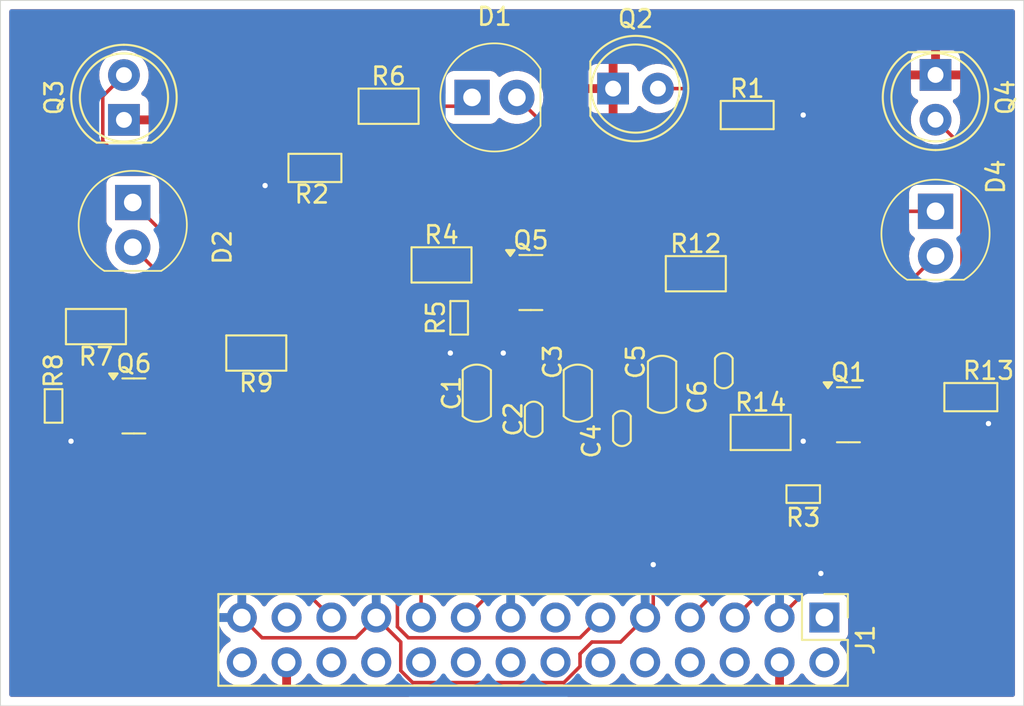
<source format=kicad_pcb>
(kicad_pcb (version 20240108) (generator "pcbnew") (generator_version "8.0")
  (layers (0 "F.Cu" signal) (31 "B.Cu" signal) (34 "B.Paste" user) (35 "F.Paste" user) (36 "B.SilkS" user "B.Silkscreen") (37 "F.SilkS" user "F.Silkscreen") (38 "B.Mask" user) (39 "F.Mask" user) (44 "Edge.Cuts" user))
  (net 0 "")
  (net 1 "GND")
  (net 2 "Net-(D1-Pad1)")
  (net 3 "Net-(Q5-D)")
  (net 4 "Net-(Q6-D)")
  (net 5 "Net-(D2-Pad1)")
  (net 6 "Net-(Q1-D)")
  (net 7 "Net-(D4-Pad1)")
  (net 8 "V_out2")
  (net 12 "MCU1")
  (net 14 "MCU")
  (net 15 "V_out1")
  (net 17 "V_out")
  (net 21 "MCU2")
  (net 22 "Net-(Q1-G)")
  (net 23 "Net-(Q5-G)")
  (net 24 "Net-(Q6-G)")
  (net 25 "power")
  (footprint "Resistor_SMD_AKL:R_0402_1005Metric" (layer "F.Cu") (at 140 67.5 90)
    (property "Reference" "R5" (at 0 -1.3335 -90) (layer "F.SilkS"))
    (property "Value" "R_0402" (hide yes))
    (fp_line (start 0.95 -0.5) (end -0.95 -0.5) (stroke (width 0.12)) (layer "F.SilkS"))
    (fp_line (start -0.95 -0.5) (end -0.95 0.5) (stroke (width 0.12)) (layer "F.SilkS"))
    (fp_line (start 0.95 0.5) (end 0.95 -0.5) (stroke (width 0.12)) (layer "F.SilkS"))
    (fp_line (start -0.95 0.5) (end 0.95 0.5) (stroke (width 0.12)) (layer "F.SilkS"))
    (pad "1" smd roundrect (at -0.51 0 90) (size 0.54 0.64) (layers "F.Cu" "F.Paste" "F.Mask") (net 1 "GND"))
    (pad "2" smd roundrect (at 0.51 0 90) (size 0.54 0.64) (layers "F.Cu" "F.Paste" "F.Mask") (net 23 "Net-(Q5-G)"))
  )
  (footprint "LED_THT:LED_D5.0mm_Clear" (layer "F.Cu") (at 167 53.725 -90)
    (property "Reference" "Q4" (at 1.27 -3.96 90) (layer "F.SilkS"))
    (property "Value" "BP103B")
    (fp_line (start -1.29 -1.545) (end -1.29 1.545) (stroke (width 0.12)) (layer "F.SilkS"))
    (fp_arc (start 4.26 -0.000462) (mid 2.072002 2.880433) (end -1.29 1.54483) (stroke (width 0.12)) (layer "F.SilkS"))
    (fp_arc (start -1.29 -1.54483) (mid 2.072002 -2.880433) (end 4.26 0.000462) (stroke (width 0.12)) (layer "F.SilkS"))
    (fp_circle (center 1.27 0) (end 3.77 0) (stroke (width 0.12)) (fill none) (layer "F.SilkS"))
    (pad "1" thru_hole rect (at 0 0 270) (size 1.8 1.8) (drill 0.9) (layers "*.Cu" "*.Mask") (net 25 "power"))
    (pad "2" thru_hole circle (at 2.54 0 270) (size 1.8 1.8) (drill 0.9) (layers "*.Cu" "*.Mask") (net 17 "V_out"))
  )
  (footprint "Package_TO_SOT_SMD:SOT-23" (layer "F.Cu") (at 162.0625 73)
    (property "Reference" "Q1" (at 0 -2.4 0) (layer "F.SilkS"))
    (property "Value" "AO3401A")
    (fp_line (start 0 -1.56) (end -0.65 -1.56) (stroke (width 0.12)) (layer "F.SilkS"))
    (fp_line (start 0 -1.56) (end 0.65 -1.56) (stroke (width 0.12)) (layer "F.SilkS"))
    (fp_line (start 0 1.56) (end -0.65 1.56) (stroke (width 0.12)) (layer "F.SilkS"))
    (fp_line (start 0 1.56) (end 0.65 1.56) (stroke (width 0.12)) (layer "F.SilkS"))
    (fp_poly (pts (xy -1.1625 -1.51) (xy -1.4025 -1.84) (xy -0.9225 -1.84) (xy -1.1625 -1.51)) (stroke (width 0.12)) (fill solid) (layer "F.SilkS"))
    (pad "1" smd roundrect (at -0.9375 -0.95) (size 1.475 0.6) (layers "F.Cu" "F.Paste" "F.Mask") (net 22 "Net-(Q1-G)"))
    (pad "2" smd roundrect (at -0.9375 0.95) (size 1.475 0.6) (layers "F.Cu" "F.Paste" "F.Mask") (net 1 "GND"))
    (pad "3" smd roundrect (at 0.9375 0) (size 1.475 0.6) (layers "F.Cu" "F.Paste" "F.Mask") (net 6 "Net-(Q1-D)"))
  )
  (footprint "Resistor_SMD_AKL:R_0805_2012Metric" (layer "F.Cu") (at 128.5 69.5 180)
    (property "Reference" "R9" (at 0 -1.7 180) (layer "F.SilkS"))
    (property "Value" "R_0805" (hide yes))
    (fp_line (start 1.7 1) (end 1.7 -1) (stroke (width 0.12)) (layer "F.SilkS"))
    (fp_line (start 1.7 -1) (end -1.7 -1) (stroke (width 0.12)) (layer "F.SilkS"))
    (fp_line (start -1.7 1) (end 1.7 1) (stroke (width 0.12)) (layer "F.SilkS"))
    (fp_line (start -1.7 -1) (end -1.7 1) (stroke (width 0.12)) (layer "F.SilkS"))
    (pad "1" smd roundrect (at -0.9125 0 180) (size 1.025 1.4) (layers "F.Cu" "F.Paste" "F.Mask") (roundrect_rratio 0.243902) (net 25 "power"))
    (pad "2" smd roundrect (at 0.9125 0 180) (size 1.025 1.4) (layers "F.Cu" "F.Paste" "F.Mask") (roundrect_rratio 0.243902) (net 5 "Net-(D2-Pad1)"))
  )
  (footprint "Resistor_SMD_AKL:R_0603_1608Metric" (layer "F.Cu") (at 156.325 56)
    (property "Reference" "R1" (at 0 -1.5 0) (layer "F.SilkS"))
    (property "Value" "R_0603" (hide yes))
    (fp_line (start -1.5 -0.8) (end -1.5 0.8) (stroke (width 0.12)) (layer "F.SilkS"))
    (fp_line (start -1.5 0.8) (end 1.5 0.8) (stroke (width 0.12)) (layer "F.SilkS"))
    (fp_line (start 1.5 -0.8) (end -1.5 -0.8) (stroke (width 0.12)) (layer "F.SilkS"))
    (fp_line (start 1.5 0.8) (end 1.5 -0.8) (stroke (width 0.12)) (layer "F.SilkS"))
    (pad "1" smd roundrect (at -0.825 0) (size 0.8 0.95) (layers "F.Cu" "F.Paste" "F.Mask") (net 15 "V_out1"))
    (pad "2" smd roundrect (at 0.825 0) (size 0.8 0.95) (layers "F.Cu" "F.Paste" "F.Mask") (net 1 "GND"))
  )
  (footprint "Capacitor_SMD_AKL:C_0603_1608Metric" (layer "F.Cu") (at 151.5 71.275 90)
    (property "Reference" "C5" (at 1.275 -1.5 -90) (layer "F.SilkS"))
    (property "Value" "C_0603" (hide yes))
    (fp_line (start 1.3 -0.800002) (end -1.3 -0.8) (stroke (width 0.12)) (layer "F.SilkS"))
    (fp_line (start -1.3 0.800002) (end 1.3 0.8) (stroke (width 0.12)) (layer "F.SilkS"))
    (fp_arc (start 1.3 -0.800002) (mid 1.619939 -0.000001) (end 1.3 0.8) (stroke (width 0.12)) (layer "F.SilkS"))
    (fp_arc (start -1.3 0.800002) (mid -1.619939 0.000001) (end -1.3 -0.8) (stroke (width 0.12)) (layer "F.SilkS"))
    (pad "1" smd roundrect (at -0.775 0 90) (size 0.9 0.95) (layers "F.Cu" "F.Paste" "F.Mask") (net 25 "power"))
    (pad "2" smd roundrect (at 0.775 0 90) (size 0.9 0.95) (layers "F.Cu" "F.Paste" "F.Mask") (net 1 "GND"))
  )
  (footprint "LED_THT:LED_D5.0mm_Clear" (layer "F.Cu") (at 121 56.275 90)
    (property "Reference" "Q3" (at 1.27 -3.96 -90) (layer "F.SilkS"))
    (property "Value" "BP103B")
    (fp_line (start -1.29 -1.545) (end -1.29 1.545) (stroke (width 0.12)) (layer "F.SilkS"))
    (fp_arc (start -1.29 -1.54483) (mid 2.072002 -2.880433) (end 4.26 0.000462) (stroke (width 0.12)) (layer "F.SilkS"))
    (fp_arc (start 4.26 -0.000462) (mid 2.072002 2.880433) (end -1.29 1.54483) (stroke (width 0.12)) (layer "F.SilkS"))
    (fp_circle (center 1.27 0) (end 3.77 0) (stroke (width 0.12)) (fill none) (layer "F.SilkS"))
    (pad "1" thru_hole rect (at 0 0 90) (size 1.8 1.8) (drill 0.9) (layers "*.Cu" "*.Mask") (net 25 "power"))
    (pad "2" thru_hole circle (at 2.54 0 90) (size 1.8 1.8) (drill 0.9) (layers "*.Cu" "*.Mask") (net 8 "V_out2"))
  )
  (footprint "Package_TO_SOT_SMD:SOT-23" (layer "F.Cu") (at 144.0625 65.5)
    (property "Reference" "Q5" (at 0 -2.4 0) (layer "F.SilkS"))
    (property "Value" "AO3401A")
    (fp_line (start 0 -1.56) (end -0.65 -1.56) (stroke (width 0.12)) (layer "F.SilkS"))
    (fp_line (start 0 -1.56) (end 0.65 -1.56) (stroke (width 0.12)) (layer "F.SilkS"))
    (fp_line (start 0 1.56) (end -0.65 1.56) (stroke (width 0.12)) (layer "F.SilkS"))
    (fp_line (start 0 1.56) (end 0.65 1.56) (stroke (width 0.12)) (layer "F.SilkS"))
    (fp_poly (pts (xy -1.1625 -1.51) (xy -1.4025 -1.84) (xy -0.9225 -1.84) (xy -1.1625 -1.51)) (stroke (width 0.12)) (fill solid) (layer "F.SilkS"))
    (pad "1" smd roundrect (at -0.9375 -0.95) (size 1.475 0.6) (layers "F.Cu" "F.Paste" "F.Mask") (net 23 "Net-(Q5-G)"))
    (pad "2" smd roundrect (at -0.9375 0.95) (size 1.475 0.6) (layers "F.Cu" "F.Paste" "F.Mask") (net 1 "GND"))
    (pad "3" smd roundrect (at 0.9375 0) (size 1.475 0.6) (layers "F.Cu" "F.Paste" "F.Mask") (net 3 "Net-(Q5-D)"))
  )
  (footprint "Package_TO_SOT_SMD:SOT-23" (layer "F.Cu") (at 121.5625 72.5)
    (property "Reference" "Q6" (at 0 -2.4 0) (layer "F.SilkS"))
    (property "Value" "AO3401A")
    (fp_line (start 0 -1.56) (end -0.65 -1.56) (stroke (width 0.12)) (layer "F.SilkS"))
    (fp_line (start 0 -1.56) (end 0.65 -1.56) (stroke (width 0.12)) (layer "F.SilkS"))
    (fp_line (start 0 1.56) (end -0.65 1.56) (stroke (width 0.12)) (layer "F.SilkS"))
    (fp_line (start 0 1.56) (end 0.65 1.56) (stroke (width 0.12)) (layer "F.SilkS"))
    (fp_poly (pts (xy -1.1625 -1.51) (xy -1.4025 -1.84) (xy -0.9225 -1.84) (xy -1.1625 -1.51)) (stroke (width 0.12)) (fill solid) (layer "F.SilkS"))
    (pad "1" smd roundrect (at -0.9375 -0.95) (size 1.475 0.6) (layers "F.Cu" "F.Paste" "F.Mask") (net 24 "Net-(Q6-G)"))
    (pad "2" smd roundrect (at -0.9375 0.95) (size 1.475 0.6) (layers "F.Cu" "F.Paste" "F.Mask") (net 1 "GND"))
    (pad "3" smd roundrect (at 0.9375 0) (size 1.475 0.6) (layers "F.Cu" "F.Paste" "F.Mask") (net 4 "Net-(Q6-D)"))
  )
  (footprint "Capacitor_SMD_AKL:C_0402_1005Metric" (layer "F.Cu") (at 155 70.5 90)
    (property "Reference" "C6" (at -1.5 -1.5 -90) (layer "F.SilkS"))
    (property "Value" "C_0402" (hide yes))
    (fp_line (start 0.7 -0.5) (end -0.7 -0.5) (stroke (width 0.12)) (layer "F.SilkS"))
    (fp_line (start -0.7 0.5) (end 0.7 0.5) (stroke (width 0.12)) (layer "F.SilkS"))
    (fp_arc (start 0.7 -0.5) (mid 0.998532 0) (end 0.7 0.5) (stroke (width 0.12)) (layer "F.SilkS"))
    (fp_arc (start -0.7 0.5) (mid -0.998531 0) (end -0.7 -0.5) (stroke (width 0.12)) (layer "F.SilkS"))
    (pad "1" smd roundrect (at -0.48 0 90) (size 0.56 0.62) (layers "F.Cu" "F.Paste" "F.Mask") (net 25 "power"))
    (pad "2" smd roundrect (at 0.48 0 90) (size 0.56 0.62) (layers "F.Cu" "F.Paste" "F.Mask") (net 1 "GND"))
  )
  (footprint "Resistor_SMD_AKL:R_0603_1608Metric" (layer "F.Cu") (at 131.825 59 180)
    (property "Reference" "R2" (at 0.175 -1.5 180) (layer "F.SilkS"))
    (property "Value" "R_0603" (hide yes))
    (fp_line (start 1.5 0.8) (end 1.5 -0.8) (stroke (width 0.12)) (layer "F.SilkS"))
    (fp_line (start 1.5 -0.8) (end -1.5 -0.8) (stroke (width 0.12)) (layer "F.SilkS"))
    (fp_line (start -1.5 0.8) (end 1.5 0.8) (stroke (width 0.12)) (layer "F.SilkS"))
    (fp_line (start -1.5 -0.8) (end -1.5 0.8) (stroke (width 0.12)) (layer "F.SilkS"))
    (pad "1" smd roundrect (at -0.825 0 180) (size 0.8 0.95) (layers "F.Cu" "F.Paste" "F.Mask") (net 8 "V_out2"))
    (pad "2" smd roundrect (at 0.825 0 180) (size 0.8 0.95) (layers "F.Cu" "F.Paste" "F.Mask") (net 1 "GND"))
  )
  (footprint "Connector_PinHeader_2.54mm:PinHeader_2x14_P2.54mm_Vertical" (layer "F.Cu") (at 160.7 84.5 -90)
    (property "Reference" "J1" (at 1.27 -2.33 90) (layer "F.SilkS"))
    (property "Value" "Conn_02x14")
    (fp_line (start -1.33 34.35) (end 3.87 34.35) (stroke (width 0.12)) (layer "F.SilkS"))
    (fp_line (start -1.33 1.27) (end -1.33 34.35) (stroke (width 0.12)) (layer "F.SilkS"))
    (fp_line (start -1.33 1.27) (end 1.27 1.27) (stroke (width 0.12)) (layer "F.SilkS"))
    (fp_line (start 1.27 1.27) (end 1.27 -1.33) (stroke (width 0.12)) (layer "F.SilkS"))
    (fp_line (start -1.33 0) (end -1.33 -1.33) (stroke (width 0.12)) (layer "F.SilkS"))
    (fp_line (start -1.33 -1.33) (end 0 -1.33) (stroke (width 0.12)) (layer "F.SilkS"))
    (fp_line (start 1.27 -1.33) (end 3.87 -1.33) (stroke (width 0.12)) (layer "F.SilkS"))
    (fp_line (start 3.87 -1.33) (end 3.87 34.35) (stroke (width 0.12)) (layer "F.SilkS"))
    (pad "1" thru_hole rect (at 0 0 270) (size 1.7 1.7) (drill 1) (layers "*.Cu" "*.Mask"))
    (pad "2" thru_hole oval (at 2.54 0 270) (size 1.7 1.7) (drill 1) (layers "*.Cu" "*.Mask"))
    (pad "3" thru_hole oval (at 0 2.54 270) (size 1.7 1.7) (drill 1) (layers "*.Cu" "*.Mask") (net 1 "GND"))
    (pad "4" thru_hole oval (at 2.54 2.54 270) (size 1.7 1.7) (drill 1) (layers "*.Cu" "*.Mask") (net 25 "power"))
    (pad "5" thru_hole oval (at 0 5.08 270) (size 1.7 1.7) (drill 1) (layers "*.Cu" "*.Mask") (net 17 "V_out"))
    (pad "6" thru_hole oval (at 2.54 5.08 270) (size 1.7 1.7) (drill 1) (layers "*.Cu" "*.Mask"))
    (pad "7" thru_hole oval (at 0 7.62 270) (size 1.7 1.7) (drill 1) (layers "*.Cu" "*.Mask") (net 15 "V_out1"))
    (pad "8" thru_hole oval (at 2.54 7.62 270) (size 1.7 1.7) (drill 1) (layers "*.Cu" "*.Mask"))
    (pad "9" thru_hole oval (at 0 10.16 270) (size 1.7 1.7) (drill 1) (layers "*.Cu" "*.Mask") (net 1 "GND"))
    (pad "10" thru_hole oval (at 2.54 10.16 270) (size 1.7 1.7) (drill 1) (layers "*.Cu" "*.Mask"))
    (pad "11" thru_hole oval (at 0 12.7 270) (size 1.7 1.7) (drill 1) (layers "*.Cu" "*.Mask") (net 8 "V_out2"))
    (pad "12" thru_hole oval (at 2.54 12.7 270) (size 1.7 1.7) (drill 1) (layers "*.Cu" "*.Mask"))
    (pad "13" thru_hole oval (at 0 15.24 270) (size 1.7 1.7) (drill 1) (layers "*.Cu" "*.Mask"))
    (pad "14" thru_hole oval (at 2.54 15.24 270) (size 1.7 1.7) (drill 1) (layers "*.Cu" "*.Mask"))
    (pad "15" thru_hole oval (at 0 17.78 270) (size 1.7 1.7) (drill 1) (layers "*.Cu" "*.Mask") (net 1 "GND"))
    (pad "16" thru_hole oval (at 2.54 17.78 270) (size 1.7 1.7) (drill 1) (layers "*.Cu" "*.Mask"))
    (pad "17" thru_hole oval (at 0 20.32 270) (size 1.7 1.7) (drill 1) (layers "*.Cu" "*.Mask") (net 14 "MCU"))
    (pad "18" thru_hole oval (at 2.54 20.32 270) (size 1.7 1.7) (drill 1) (layers "*.Cu" "*.Mask"))
    (pad "19" thru_hole oval (at 0 22.86 270) (size 1.7 1.7) (drill 1) (layers "*.Cu" "*.Mask") (net 12 "MCU1"))
    (pad "20" thru_hole oval (at 2.54 22.86 270) (size 1.7 1.7) (drill 1) (layers "*.Cu" "*.Mask"))
    (pad "21" thru_hole oval (at 0 25.4 270) (size 1.7 1.7) (drill 1) (layers "*.Cu" "*.Mask") (net 1 "GND"))
    (pad "22" thru_hole oval (at 2.54 25.4 270) (size 1.7 1.7) (drill 1) (layers "*.Cu" "*.Mask"))
    (pad "23" thru_hole oval (at 0 27.94 270) (size 1.7 1.7) (drill 1) (layers "*.Cu" "*.Mask") (net 21 "MCU2"))
    (pad "24" thru_hole oval (at 2.54 27.94 270) (size 1.7 1.7) (drill 1) (layers "*.Cu" "*.Mask"))
    (pad "25" thru_hole oval (at 0 30.48 270) (size 1.7 1.7) (drill 1) (layers "*.Cu" "*.Mask"))
    (pad "26" thru_hole oval (at 2.54 30.48 270) (size 1.7 1.7) (drill 1) (layers "*.Cu" "*.Mask") (net 25 "power"))
    (pad "27" thru_hole oval (at 0 33.02 270) (size 1.7 1.7) (drill 1) (layers "*.Cu" "*.Mask") (net 1 "GND"))
    (pad "28" thru_hole oval (at 2.54 33.02 270) (size 1.7 1.7) (drill 1) (layers "*.Cu" "*.Mask"))
  )
  (footprint "digikey-footprints:LED_5mm_Radial" (layer "F.Cu") (at 121.5 63.5 -90)
    (property "Reference" "D2" (at 0 -5.08 90) (layer "F.SilkS"))
    (property "Value" "SFH_4544")
    (fp_line (start 1.34 1.6) (end 1.34 -1.61) (stroke (width 0.1)) (layer "F.SilkS"))
    (fp_arc (start 1.341718 1.607211) (mid -4.336626 0.001638) (end 1.34 -1.61) (stroke (width 0.1)) (layer "F.SilkS"))
    (pad "1" thru_hole rect (at -2.54 0 270) (size 2 2) (drill 1) (layers "*.Cu" "*.Mask") (net 5 "Net-(D2-Pad1)"))
    (pad "2" thru_hole circle (at 0 0 270) (size 2 2) (drill 1) (layers "*.Cu" "*.Mask") (net 4 "Net-(Q6-D)"))
  )
  (footprint "Resistor_SMD_AKL:R_0805_2012Metric" (layer "F.Cu") (at 136 55.5)
    (property "Reference" "R6" (at 0 -1.7 0) (layer "F.SilkS"))
    (property "Value" "R_0805" (hide yes))
    (fp_line (start -1.7 -1) (end -1.7 1) (stroke (width 0.12)) (layer "F.SilkS"))
    (fp_line (start -1.7 1) (end 1.7 1) (stroke (width 0.12)) (layer "F.SilkS"))
    (fp_line (start 1.7 -1) (end -1.7 -1) (stroke (width 0.12)) (layer "F.SilkS"))
    (fp_line (start 1.7 1) (end 1.7 -1) (stroke (width 0.12)) (layer "F.SilkS"))
    (pad "1" smd roundrect (at -0.9125 0) (size 1.025 1.4) (layers "F.Cu" "F.Paste" "F.Mask") (roundrect_rratio 0.243902) (net 25 "power"))
    (pad "2" smd roundrect (at 0.9125 0) (size 1.025 1.4) (layers "F.Cu" "F.Paste" "F.Mask") (roundrect_rratio 0.243902) (net 2 "Net-(D1-Pad1)"))
  )
  (footprint "digikey-footprints:LED_5mm_Radial" (layer "F.Cu") (at 143.27 55)
    (property "Reference" "D1" (at -1.27 -4 0) (layer "F.SilkS") (effects (justify bottom)))
    (property "Value" "SFH_4544")
    (fp_line (start 1.34 1.6) (end 1.34 -1.61) (stroke (width 0.1)) (layer "F.SilkS"))
    (fp_arc (start 1.341718 1.607211) (mid -4.336626 0.001638) (end 1.34 -1.61) (stroke (width 0.1)) (layer "F.SilkS"))
    (pad "1" thru_hole rect (at -2.54 0) (size 2 2) (drill 1) (layers "*.Cu" "*.Mask") (net 2 "Net-(D1-Pad1)"))
    (pad "2" thru_hole circle (at 0 0) (size 2 2) (drill 1) (layers "*.Cu" "*.Mask") (net 3 "Net-(Q5-D)"))
  )
  (footprint "Capacitor_SMD_AKL:C_0603_1608Metric" (layer "F.Cu") (at 146.725 71.775 90)
    (property "Reference" "C3" (at 1.775 -1.43 -90) (layer "F.SilkS"))
    (property "Value" "C_0603" (hide yes))
    (fp_line (start 1.3 -0.800002) (end -1.3 -0.8) (stroke (width 0.12)) (layer "F.SilkS"))
    (fp_line (start -1.3 0.800002) (end 1.3 0.8) (stroke (width 0.12)) (layer "F.SilkS"))
    (fp_arc (start 1.3 -0.800002) (mid 1.619939 -0.000001) (end 1.3 0.8) (stroke (width 0.12)) (layer "F.SilkS"))
    (fp_arc (start -1.3 0.800002) (mid -1.619939 0.000001) (end -1.3 -0.8) (stroke (width 0.12)) (layer "F.SilkS"))
    (pad "1" smd roundrect (at -0.775 0 90) (size 0.9 0.95) (layers "F.Cu" "F.Paste" "F.Mask") (net 25 "power"))
    (pad "2" smd roundrect (at 0.775 0 90) (size 0.9 0.95) (layers "F.Cu" "F.Paste" "F.Mask") (net 1 "GND"))
  )
  (footprint "Resistor_SMD_AKL:R_0805_2012Metric" (layer "F.Cu") (at 119.4125 68 180)
    (property "Reference" "R7" (at 0 -1.7 180) (layer "F.SilkS"))
    (property "Value" "R_0805" (hide yes))
    (fp_line (start 1.7 1) (end 1.7 -1) (stroke (width 0.12)) (layer "F.SilkS"))
    (fp_line (start 1.7 -1) (end -1.7 -1) (stroke (width 0.12)) (layer "F.SilkS"))
    (fp_line (start -1.7 1) (end 1.7 1) (stroke (width 0.12)) (layer "F.SilkS"))
    (fp_line (start -1.7 -1) (end -1.7 1) (stroke (width 0.12)) (layer "F.SilkS"))
    (pad "1" smd roundrect (at -0.9125 0 180) (size 1.025 1.4) (layers "F.Cu" "F.Paste" "F.Mask") (roundrect_rratio 0.243902) (net 21 "MCU2"))
    (pad "2" smd roundrect (at 0.9125 0 180) (size 1.025 1.4) (layers "F.Cu" "F.Paste" "F.Mask") (roundrect_rratio 0.243902) (net 24 "Net-(Q6-G)"))
  )
  (footprint "Capacitor_SMD_AKL:C_0402_1005Metric" (layer "F.Cu") (at 149.225 73.775 90)
    (property "Reference" "C4" (at -0.725 -1.725 -90) (layer "F.SilkS"))
    (property "Value" "C_0402" (hide yes))
    (fp_line (start 0.7 -0.5) (end -0.7 -0.5) (stroke (width 0.12)) (layer "F.SilkS"))
    (fp_line (start -0.7 0.5) (end 0.7 0.5) (stroke (width 0.12)) (layer "F.SilkS"))
    (fp_arc (start 0.7 -0.5) (mid 0.998532 0) (end 0.7 0.5) (stroke (width 0.12)) (layer "F.SilkS"))
    (fp_arc (start -0.7 0.5) (mid -0.998531 0) (end -0.7 -0.5) (stroke (width 0.12)) (layer "F.SilkS"))
    (pad "1" smd roundrect (at -0.48 0 90) (size 0.56 0.62) (layers "F.Cu" "F.Paste" "F.Mask") (net 25 "power"))
    (pad "2" smd roundrect (at 0.48 0 90) (size 0.56 0.62) (layers "F.Cu" "F.Paste" "F.Mask") (net 1 "GND"))
  )
  (footprint "Resistor_SMD_AKL:R_0603_1608Metric" (layer "F.Cu") (at 169 72)
    (property "Reference" "R13" (at 1 -1.5 0) (layer "F.SilkS"))
    (property "Value" "R_0603" (hide yes))
    (fp_line (start -1.5 -0.8) (end -1.5 0.8) (stroke (width 0.12)) (layer "F.SilkS"))
    (fp_line (start -1.5 0.8) (end 1.5 0.8) (stroke (width 0.12)) (layer "F.SilkS"))
    (fp_line (start 1.5 -0.8) (end -1.5 -0.8) (stroke (width 0.12)) (layer "F.SilkS"))
    (fp_line (start 1.5 0.8) (end 1.5 -0.8) (stroke (width 0.12)) (layer "F.SilkS"))
    (pad "1" smd roundrect (at -0.825 0) (size 0.8 0.95) (layers "F.Cu" "F.Paste" "F.Mask") (net 17 "V_out"))
    (pad "2" smd roundrect (at 0.825 0) (size 0.8 0.95) (layers "F.Cu" "F.Paste" "F.Mask") (net 1 "GND"))
  )
  (footprint "Capacitor_SMD_AKL:C_0603_1608Metric" (layer "F.Cu") (at 141 71.775 90)
    (property "Reference" "C1" (at 0 -1.43 -90) (layer "F.SilkS"))
    (property "Value" "C_0603" (hide yes))
    (fp_line (start 1.3 -0.800002) (end -1.3 -0.8) (stroke (width 0.12)) (layer "F.SilkS"))
    (fp_line (start -1.3 0.800002) (end 1.3 0.8) (stroke (width 0.12)) (layer "F.SilkS"))
    (fp_arc (start 1.3 -0.800002) (mid 1.619939 -0.000001) (end 1.3 0.8) (stroke (width 0.12)) (layer "F.SilkS"))
    (fp_arc (start -1.3 0.800002) (mid -1.619939 0.000001) (end -1.3 -0.8) (stroke (width 0.12)) (layer "F.SilkS"))
    (pad "1" smd roundrect (at -0.775 0 90) (size 0.9 0.95) (layers "F.Cu" "F.Paste" "F.Mask") (net 25 "power"))
    (pad "2" smd roundrect (at 0.775 0 90) (size 0.9 0.95) (layers "F.Cu" "F.Paste" "F.Mask") (net 1 "GND"))
  )
  (footprint "digikey-footprints:LED_5mm_Radial" (layer "F.Cu") (at 167 64 -90)
    (property "Reference" "D4" (at -4.5 -4 90) (layer "F.SilkS") (effects (justify bottom)))
    (property "Value" "SFH_4544")
    (fp_line (start 1.34 1.6) (end 1.34 -1.61) (stroke (width 0.1)) (layer "F.SilkS"))
    (fp_arc (start 1.341718 1.607211) (mid -4.336626 0.001638) (end 1.34 -1.61) (stroke (width 0.1)) (layer "F.SilkS"))
    (pad "1" thru_hole rect (at -2.54 0 270) (size 2 2) (drill 1) (layers "*.Cu" "*.Mask") (net 7 "Net-(D4-Pad1)"))
    (pad "2" thru_hole circle (at 0 0 270) (size 2 2) (drill 1) (layers "*.Cu" "*.Mask") (net 6 "Net-(Q1-D)"))
  )
  (footprint "Resistor_SMD_AKL:R_0402_1005Metric" (layer "F.Cu") (at 159.5 77.5 180)
    (property "Reference" "R3" (at 0 -1.3335 180) (layer "F.SilkS"))
    (property "Value" "R_0402" (hide yes))
    (fp_line (start 0.95 0.5) (end 0.95 -0.5) (stroke (width 0.12)) (layer "F.SilkS"))
    (fp_line (start 0.95 -0.5) (end -0.95 -0.5) (stroke (width 0.12)) (layer "F.SilkS"))
    (fp_line (start -0.95 0.5) (end 0.95 0.5) (stroke (width 0.12)) (layer "F.SilkS"))
    (fp_line (start -0.95 -0.5) (end -0.95 0.5) (stroke (width 0.12)) (layer "F.SilkS"))
    (pad "1" smd roundrect (at -0.51 0 180) (size 0.54 0.64) (layers "F.Cu" "F.Paste" "F.Mask") (net 1 "GND"))
    (pad "2" smd roundrect (at 0.51 0 180) (size 0.54 0.64) (layers "F.Cu" "F.Paste" "F.Mask") (net 22 "Net-(Q1-G)"))
  )
  (footprint "LED_THT:LED_D5.0mm_Clear" (layer "F.Cu") (at 148.725 54.5)
    (property "Reference" "Q2" (at 1.27 -3.96 0) (layer "F.SilkS"))
    (property "Value" "BP103B")
    (fp_line (start -1.29 -1.545) (end -1.29 1.545) (stroke (width 0.12)) (layer "F.SilkS"))
    (fp_arc (start -1.29 -1.54483) (mid 2.072002 -2.880433) (end 4.26 0.000462) (stroke (width 0.12)) (layer "F.SilkS"))
    (fp_arc (start 4.26 -0.000462) (mid 2.072002 2.880433) (end -1.29 1.54483) (stroke (width 0.12)) (layer "F.SilkS"))
    (fp_circle (center 1.27 0) (end 3.77 0) (stroke (width 0.12)) (fill none) (layer "F.SilkS"))
    (pad "1" thru_hole rect (at 0 0) (size 1.8 1.8) (drill 0.9) (layers "*.Cu" "*.Mask") (net 25 "power"))
    (pad "2" thru_hole circle (at 2.54 0) (size 1.8 1.8) (drill 0.9) (layers "*.Cu" "*.Mask") (net 15 "V_out1"))
  )
  (footprint "Resistor_SMD_AKL:R_0805_2012Metric" (layer "F.Cu") (at 139 64.5)
    (property "Reference" "R4" (at 0 -1.7 0) (layer "F.SilkS"))
    (property "Value" "R_0805" (hide yes))
    (fp_line (start -1.7 -1) (end -1.7 1) (stroke (width 0.12)) (layer "F.SilkS"))
    (fp_line (start -1.7 1) (end 1.7 1) (stroke (width 0.12)) (layer "F.SilkS"))
    (fp_line (start 1.7 -1) (end -1.7 -1) (stroke (width 0.12)) (layer "F.SilkS"))
    (fp_line (start 1.7 1) (end 1.7 -1) (stroke (width 0.12)) (layer "F.SilkS"))
    (pad "1" smd roundrect (at -0.9125 0) (size 1.025 1.4) (layers "F.Cu" "F.Paste" "F.Mask") (roundrect_rratio 0.243902) (net 12 "MCU1"))
    (pad "2" smd roundrect (at 0.9125 0) (size 1.025 1.4) (layers "F.Cu" "F.Paste" "F.Mask") (roundrect_rratio 0.243902) (net 23 "Net-(Q5-G)"))
  )
  (footprint "Resistor_SMD_AKL:R_0805_2012Metric" (layer "F.Cu") (at 153.4125 65)
    (property "Reference" "R12" (at 0 -1.7 0) (layer "F.SilkS"))
    (property "Value" "R_0805" (hide yes))
    (fp_line (start -1.7 -1) (end -1.7 1) (stroke (width 0.12)) (layer "F.SilkS"))
    (fp_line (start -1.7 1) (end 1.7 1) (stroke (width 0.12)) (layer "F.SilkS"))
    (fp_line (start 1.7 -1) (end -1.7 -1) (stroke (width 0.12)) (layer "F.SilkS"))
    (fp_line (start 1.7 1) (end 1.7 -1) (stroke (width 0.12)) (layer "F.SilkS"))
    (pad "1" smd roundrect (at -0.9125 0) (size 1.025 1.4) (layers "F.Cu" "F.Paste" "F.Mask") (roundrect_rratio 0.243902) (net 25 "power"))
    (pad "2" smd roundrect (at 0.9125 0) (size 1.025 1.4) (layers "F.Cu" "F.Paste" "F.Mask") (roundrect_rratio 0.243902) (net 7 "Net-(D4-Pad1)"))
  )
  (footprint "Capacitor_SMD_AKL:C_0402_1005Metric" (layer "F.Cu") (at 144.225 73.255 90)
    (property "Reference" "C2" (at 0 -1.16 -90) (layer "F.SilkS"))
    (property "Value" "C_0402" (hide yes))
    (fp_line (start 0.7 -0.5) (end -0.7 -0.5) (stroke (width 0.12)) (layer "F.SilkS"))
    (fp_line (start -0.7 0.5) (end 0.7 0.5) (stroke (width 0.12)) (layer "F.SilkS"))
    (fp_arc (start 0.7 -0.5) (mid 0.998532 0) (end 0.7 0.5) (stroke (width 0.12)) (layer "F.SilkS"))
    (fp_arc (start -0.7 0.5) (mid -0.998531 0) (end -0.7 -0.5) (stroke (width 0.12)) (layer "F.SilkS"))
    (pad "1" smd roundrect (at -0.48 0 90) (size 0.56 0.62) (layers "F.Cu" "F.Paste" "F.Mask") (net 25 "power"))
    (pad "2" smd roundrect (at 0.48 0 90) (size 0.56 0.62) (layers "F.Cu" "F.Paste" "F.Mask") (net 1 "GND"))
  )
  (footprint "Resistor_SMD_AKL:R_0805_2012Metric" (layer "F.Cu") (at 157.0875 74)
    (property "Reference" "R14" (at 0 -1.7 0) (layer "F.SilkS"))
    (property "Value" "R_0805" (hide yes))
    (fp_line (start -1.7 -1) (end -1.7 1) (stroke (width 0.12)) (layer "F.SilkS"))
    (fp_line (start -1.7 1) (end 1.7 1) (stroke (width 0.12)) (layer "F.SilkS"))
    (fp_line (start 1.7 -1) (end -1.7 -1) (stroke (width 0.12)) (layer "F.SilkS"))
    (fp_line (start 1.7 1) (end 1.7 -1) (stroke (width 0.12)) (layer "F.SilkS"))
    (pad "1" smd roundrect (at -0.9125 0) (size 1.025 1.4) (layers "F.Cu" "F.Paste" "F.Mask") (roundrect_rratio 0.243902) (net 14 "MCU"))
    (pad "2" smd roundrect (at 0.9125 0) (size 1.025 1.4) (layers "F.Cu" "F.Paste" "F.Mask") (roundrect_rratio 0.243902) (net 22 "Net-(Q1-G)"))
  )
  (footprint "Resistor_SMD_AKL:R_0402_1005Metric" (layer "F.Cu") (at 117.01 72.5 90)
    (property "Reference" "R8" (at 2 -0.01 -90) (layer "F.SilkS"))
    (property "Value" "R_0402" (hide yes))
    (fp_line (start 0.95 -0.5) (end -0.95 -0.5) (stroke (width 0.12)) (layer "F.SilkS"))
    (fp_line (start -0.95 -0.5) (end -0.95 0.5) (stroke (width 0.12)) (layer "F.SilkS"))
    (fp_line (start 0.95 0.5) (end 0.95 -0.5) (stroke (width 0.12)) (layer "F.SilkS"))
    (fp_line (start -0.95 0.5) (end 0.95 0.5) (stroke (width 0.12)) (layer "F.SilkS"))
    (pad "1" smd roundrect (at -0.51 0 90) (size 0.54 0.64) (layers "F.Cu" "F.Paste" "F.Mask") (net 1 "GND"))
    (pad "2" smd roundrect (at 0.51 0 90) (size 0.54 0.64) (layers "F.Cu" "F.Paste" "F.Mask") (net 24 "Net-(Q6-G)"))
  )
  (gr_line (start 172 89.5) (end 114 89.5) (stroke (width 0.05)) (layer "Edge.Cuts"))
  (gr_line (start 114 49.5) (end 172 49.5) (stroke (width 0.05)) (layer "Edge.Cuts"))
  (gr_line (start 172 49.5) (end 172 89.5) (stroke (width 0.05)) (layer "Edge.Cuts"))
  (gr_line (start 114 89.5) (end 114 49.5) (stroke (width 0.05)) (layer "Edge.Cuts"))
  (segment (start 141.56 66.45) (end 140 68.01) (width 0.2) (layer "F.Cu") (net 1))
  (segment (start 146.85 86.563654) (end 147.523654 85.89) (width 0.2) (layer "F.Cu") (net 1))
  (segment (start 147.523654 85.89) (end 149.15 85.89) (width 0.2) (layer "F.Cu") (net 1))
  (segment (start 134.15 85.65) (end 135.3 84.5) (width 0.2) (layer "F.Cu") (net 1))
  (segment (start 160.01 75.065) (end 161.125 73.95) (width 0.2) (layer "F.Cu") (net 1))
  (segment (start 131 59) (end 131 59.5) (width 0.2) (layer "F.Cu") (net 1))
  (segment (start 137.363654 88.19) (end 145.936346 88.19) (width 0.2) (layer "F.Cu") (net 1))
  (segment (start 149.225 71.725) (end 148.5 71) (width 0.2) (layer "F.Cu") (net 1))
  (segment (start 146.725 71) (end 144.5 71) (width 0.2) (layer "F.Cu") (net 1))
  (segment (start 141 71) (end 142.5 69.5) (width 0.2) (layer "F.Cu") (net 1))
  (segment (start 130 59) (end 129 60) (width 0.2) (layer "F.Cu") (net 1))
  (segment (start 169.825 72) (end 169.825 73.325) (width 0.2) (layer "F.Cu") (net 1))
  (segment (start 151 84) (end 151 81.5) (width 0.2) (layer "F.Cu") (net 1))
  (segment (start 136.69 87.516346) (end 137.363654 88.19) (width 0.2) (layer "F.Cu") (net 1))
  (segment (start 136.69 85.89) (end 136.69 87.516346) (width 0.2) (layer "F.Cu") (net 1))
  (segment (start 146.85 87.276346) (end 146.85 86.563654) (width 0.2) (layer "F.Cu") (net 1))
  (segment (start 135.3 84.5) (end 136.69 85.89) (width 0.2) (layer "F.Cu") (net 1))
  (segment (start 144.225 72.775) (end 144.225 71.275) (width 0.2) (layer "F.Cu") (net 1))
  (segment (start 154.52 70.5) (end 155 70.02) (width 0.2) (layer "F.Cu") (net 1))
  (segment (start 131 59) (end 130 59) (width 0.2) (layer "F.Cu") (net 1))
  (segment (start 140 69) (end 139.5 69.5) (width 0.2) (layer "F.Cu") (net 1))
  (segment (start 150.54 84.5) (end 150.54 84.46) (width 0.2) (layer "F.Cu") (net 1))
  (segment (start 149.15 85.89) (end 150.54 84.5) (width 0.2) (layer "F.Cu") (net 1))
  (segment (start 127.68 84.5) (end 128.83 85.65) (width 0.2) (layer "F.Cu") (net 1))
  (segment (start 160.5 82.16) (end 160.5 82) (width 0.2) (layer "F.Cu") (net 1))
  (segment (start 128.83 85.65) (end 134.15 85.65) (width 0.2) (layer "F.Cu") (net 1))
  (segment (start 157.15 56) (end 159.5 56) (width 0.2) (layer "F.Cu") (net 1))
  (segment (start 144.225 71.275) (end 144.5 71) (width 0.2) (layer "F.Cu") (net 1))
  (segment (start 120.625 73.45) (end 119.05 73.45) (width 0.2) (layer "F.Cu") (net 1))
  (segment (start 160.01 75.065) (end 160.01 75.01) (width 0.2) (layer "F.Cu") (net 1))
  (segment (start 120.625 73.45) (end 117.45 73.45) (width 0.2) (layer "F.Cu") (net 1))
  (segment (start 151 71) (end 151.5 70.5) (width 0.2) (layer "F.Cu") (net 1))
  (segment (start 149.225 73.295) (end 149.225 71.725) (width 0.2) (layer "F.Cu") (net 1))
  (segment (start 158.16 84.5) (end 160.5 82.16) (width 0.2) (layer "F.Cu") (net 1))
  (segment (start 169.825 73.325) (end 170 73.5) (width 0.2) (layer "F.Cu") (net 1))
  (segment (start 151.5 70.5) (end 154.52 70.5) (width 0.2) (layer "F.Cu") (net 1))
  (segment (start 148.5 71) (end 151 71) (width 0.2) (layer "F.Cu") (net 1))
  (segment (start 150.54 84.46) (end 151 84) (width 0.2) (layer "F.Cu") (net 1))
  (segment (start 117.45 73.45) (end 117.01 73.01) (width 0.2) (layer "F.Cu") (net 1))
  (segment (start 146.725 71) (end 148.5 71) (width 0.2) (layer "F.Cu") (net 1))
  (segment (start 140 68.01) (end 140 69) (width 0.2) (layer "F.Cu") (net 1))
  (segment (start 144.5 71) (end 141 71) (width 0.2) (layer "F.Cu") (net 1))
  (segment (start 160.01 77.5) (end 160.01 75.065) (width 0.2) (layer "F.Cu") (net 1))
  (segment (start 119.05 73.45) (end 118 74.5) (width 0.2) (layer "F.Cu") (net 1))
  (segment (start 145.936346 88.19) (end 146.85 87.276346) (width 0.2) (layer "F.Cu") (net 1))
  (segment (start 143.125 66.45) (end 141.56 66.45) (width 0.2) (layer "F.Cu") (net 1))
  (segment (start 160.01 75.01) (end 159.5 74.5) (width 0.2) (layer "F.Cu") (net 1))
  (via (at 129 60) (size 0.6) (drill 0.3) (layers "F.Cu" "B.Cu") (net 1))
  (via (at 139.5 69.5) (size 0.6) (drill 0.3) (layers "F.Cu" "B.Cu") (net 1))
  (via (at 151 81.5) (size 0.6) (drill 0.3) (layers "F.Cu" "B.Cu") (net 1))
  (via (at 159.5 74.5) (size 0.6) (drill 0.3) (layers "F.Cu" "B.Cu") (net 1))
  (via (at 118 74.5) (size 0.6) (drill 0.3) (layers "F.Cu" "B.Cu") (net 1))
  (via (at 170 73.5) (size 0.6) (drill 0.3) (layers "F.Cu" "B.Cu") (net 1))
  (via (at 142.5 69.5) (size 0.6) (drill 0.3) (layers "F.Cu" "B.Cu") (net 1))
  (via (at 159.5 56) (size 0.6) (drill 0.3) (layers "F.Cu" "B.Cu") (net 1))
  (via (at 160.5 82) (size 0.6) (drill 0.3) (layers "F.Cu" "B.Cu") (net 1))
  (segment (start 140.23 55.5) (end 140.73 55) (width 0.2) (layer "F.Cu") (net 2))
  (segment (start 136.9125 55.5) (end 140.23 55.5) (width 0.2) (layer "F.Cu") (net 2))
  (segment (start 145 56.73) (end 145 65.5) (width 0.2) (layer "F.Cu") (net 3))
  (segment (start 143.27 55) (end 145 56.73) (width 0.2) (layer "F.Cu") (net 3))
  (segment (start 124.73 66.73) (end 124.73 70.27) (width 0.2) (layer "F.Cu") (net 4))
  (segment (start 124.73 70.27) (end 122.5 72.5) (width 0.2) (layer "F.Cu") (net 4))
  (segment (start 121.5 63.5) (end 124.73 66.73) (width 0.2) (layer "F.Cu") (net 4))
  (segment (start 127.5875 67.0475) (end 127.5875 69.5) (width 0.2) (layer "F.Cu") (net 5))
  (segment (start 121.5 60.96) (end 127.5875 67.0475) (width 0.2) (layer "F.Cu") (net 5))
  (segment (start 127.27 69.1825) (end 127.5875 69.5) (width 0.2) (layer "F.Cu") (net 5))
  (segment (start 167 64) (end 163 68) (width 0.2) (layer "F.Cu") (net 6))
  (segment (start 163 68) (end 163 73) (width 0.2) (layer "F.Cu") (net 6))
  (segment (start 157.865 61.46) (end 154.325 65) (width 0.2) (layer "F.Cu") (net 7))
  (segment (start 167 61.46) (end 157.865 61.46) (width 0.2) (layer "F.Cu") (net 7))
  (segment (start 121 53.735) (end 119.8 54.935) (width 0.2) (layer "F.Cu") (net 8))
  (segment (start 132.65 59) (end 135.175 59) (width 0.2) (layer "F.Cu") (net 8))
  (segment (start 119.8 54.935) (end 119.8 57.475) (width 0.2) (layer "F.Cu") (net 8))
  (segment (start 137.123654 85.65) (end 136.5 85.026346) (width 0.2) (layer "F.Cu") (net 8))
  (segment (start 135.175 59) (end 136.5 60.325) (width 0.2) (layer "F.Cu") (net 8))
  (segment (start 131.875 58.225) (end 126.775 58.225) (width 0.2) (layer "F.Cu") (net 8))
  (segment (start 132.65 59) (end 131.875 58.225) (width 0.2) (layer "F.Cu") (net 8))
  (segment (start 146.85 85.65) (end 137.123654 85.65) (width 0.2) (layer "F.Cu") (net 8))
  (segment (start 126.5 58.5) (end 120.825 58.5) (width 0.2) (layer "F.Cu") (net 8))
  (segment (start 120.825 58.5) (end 119.8 57.475) (width 0.2) (layer "F.Cu") (net 8))
  (segment (start 136.5 60.325) (end 136.5 85.026346) (width 0.2) (layer "F.Cu") (net 8))
  (segment (start 126.775 58.225) (end 126.5 58.5) (width 0.2) (layer "F.Cu") (net 8))
  (segment (start 148 84.5) (end 146.85 85.65) (width 0.2) (layer "F.Cu") (net 8))
  (segment (start 138.0875 64.5) (end 138.0875 65.4125) (width 0.2) (layer "F.Cu") (net 12))
  (segment (start 137.84 82.84) (end 137.84 84.5) (width 0.2) (layer "F.Cu") (net 12))
  (segment (start 138.0875 84.2525) (end 137.84 84.5) (width 0.2) (layer "F.Cu") (net 12))
  (segment (start 138.0875 65.4125) (end 137.5 66) (width 0.2) (layer "F.Cu") (net 12))
  (segment (start 137.5 82.5) (end 137.84 82.84) (width 0.2) (layer "F.Cu") (net 12))
  (segment (start 137.5 66) (end 137.5 82.5) (width 0.2) (layer "F.Cu") (net 12))
  (segment (start 150.88 74) (end 140.38 84.5) (width 0.2) (layer "F.Cu") (net 14))
  (segment (start 156.175 74) (end 150.88 74) (width 0.2) (layer "F.Cu") (net 14))
  (segment (start 156.9875 80.5925) (end 153.08 84.5) (width 0.2) (layer "F.Cu") (net 15))
  (segment (start 151 67.5) (end 155.5 67.5) (width 0.2) (layer "F.Cu") (net 15))
  (segment (start 156.9875 68.9875) (end 156.9875 80.5925) (width 0.2) (layer "F.Cu") (net 15))
  (segment (start 151.265 54.5) (end 154 54.5) (width 0.2) (layer "F.Cu") (net 15))
  (segment (start 149.5 61) (end 148 62.5) (width 0.2) (layer "F.Cu") (net 15))
  (segment (start 148 62.5) (end 148 64.5) (width 0.2) (layer "F.Cu") (net 15))
  (segment (start 154 54.5) (end 155.5 56) (width 0.2) (layer "F.Cu") (net 15))
  (segment (start 153 61) (end 149.5 61) (width 0.2) (layer "F.Cu") (net 15))
  (segment (start 155.5 58.5) (end 153 61) (width 0.2) (layer "F.Cu") (net 15))
  (segment (start 155.5 67.5) (end 156.9875 68.9875) (width 0.2) (layer "F.Cu") (net 15))
  (segment (start 155.5 56) (end 155.5 58.5) (width 0.2) (layer "F.Cu") (net 15))
  (segment (start 148 64.5) (end 151 67.5) (width 0.2) (layer "F.Cu") (net 15))
  (segment (start 155.62 84.5) (end 168.12 72) (width 0.2) (layer "F.Cu") (net 17))
  (segment (start 168.5 71.675) (end 168.175 72) (width 0.2) (layer "F.Cu") (net 17))
  (segment (start 168.12 72) (end 168.175 72) (width 0.2) (layer "F.Cu") (net 17))
  (segment (start 168.5 57.765) (end 168.5 71.675) (width 0.2) (layer "F.Cu") (net 17))
  (segment (start 167 56.265) (end 168.5 57.765) (width 0.2) (layer "F.Cu") (net 17))
  (segment (start 119.325 67) (end 117.5 67) (width 0.2) (layer "F.Cu") (net 21))
  (segment (start 115.5 69) (end 115.5 76.5) (width 0.2) (layer "F.Cu") (net 21))
  (segment (start 124.76 76.5) (end 132.76 84.5) (width 0.2) (layer "F.Cu") (net 21))
  (segment (start 115.5 76.5) (end 124.76 76.5) (width 0.2) (layer "F.Cu") (net 21))
  (segment (start 117.5 67) (end 115.5 69) (width 0.2) (layer "F.Cu") (net 21))
  (segment (start 120.325 68) (end 119.325 67) (width 0.2) (layer "F.Cu") (net 21))
  (segment (start 161.125 72.05) (end 159.95 72.05) (width 0.2) (layer "F.Cu") (net 22))
  (segment (start 159.95 72.05) (end 158 74) (width 0.2) (layer "F.Cu") (net 22))
  (segment (start 158.99 77.5) (end 158.99 74.99) (width 0.2) (layer "F.Cu") (net 22))
  (segment (start 158.99 74.99) (end 158 74) (width 0.2) (layer "F.Cu") (net 22))
  (segment (start 140 64.5875) (end 139.9125 64.5) (width 0.2) (layer "F.Cu") (net 23))
  (segment (start 140 66.99) (end 140 64.5875) (width 0.2) (layer "F.Cu") (net 23))
  (segment (start 139.9625 64.55) (end 139.9125 64.5) (width 0.2) (layer "F.Cu") (net 23))
  (segment (start 143.125 64.55) (end 139.9625 64.55) (width 0.2) (layer "F.Cu") (net 23))
  (segment (start 120.185 71.99) (end 120.625 71.55) (width 0.2) (layer "F.Cu") (net 24))
  (segment (start 117.01 71.99) (end 120.185 71.99) (width 0.2) (layer "F.Cu") (net 24))
  (segment (start 118.5 69.425) (end 120.625 71.55) (width 0.2) (layer "F.Cu") (net 24))
  (segment (start 118.5 68) (end 118.5 69.425) (width 0.2) (layer "F.Cu") (net 24))
  (segment (start 121 56.275) (end 134.3125 56.275) (width 0.2) (layer "F.Cu") (net 25))
  (segment (start 134.3125 56.275) (end 135.0875 55.5) (width 0.2) (layer "F.Cu") (net 25))
  (zone (net 25) (net_name "power") (layer "F.Cu") (connect_pads (clearance 0.5)) (min_thickness 0.25) (fill yes (thermal_gap 0.5) (thermal_bridge_width 0.5))
    (polygon (pts (xy 114 49.5) (xy 172 49.5) (xy 172 89.5) (xy 114 89.5)))
  )
  (zone (net 1) (net_name "GND") (layer "B.Cu") (priority 1) (connect_pads (clearance 0.5)) (min_thickness 0.25) (fill yes (thermal_gap 0.5) (thermal_bridge_width 0.5))
    (polygon (pts (xy 114 49.5) (xy 172 49.5) (xy 172 89.5) (xy 114 89.5)))
  )
)
</source>
